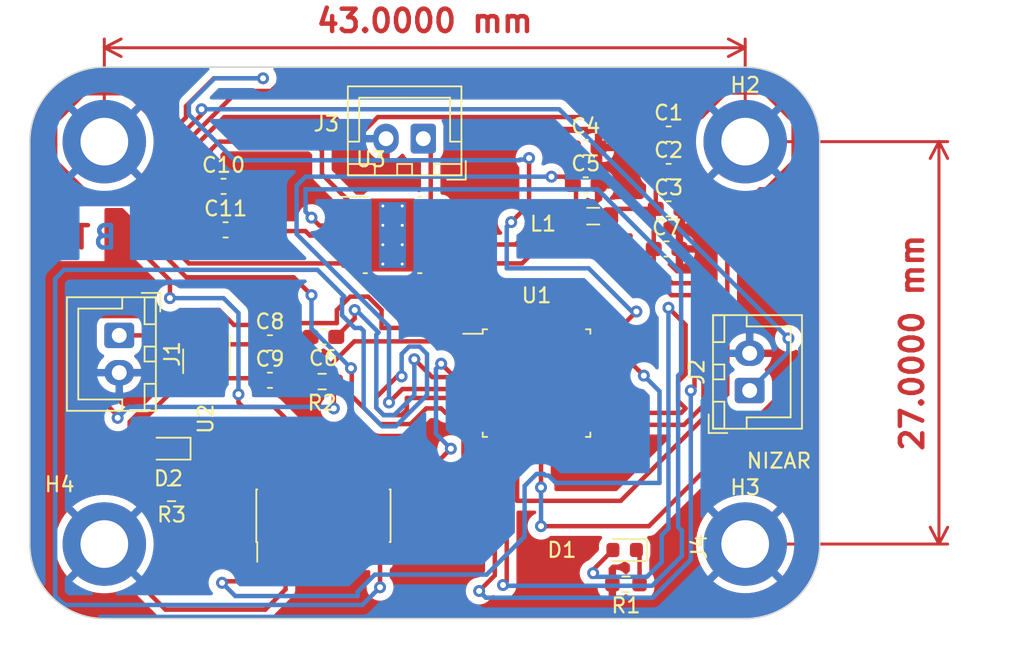
<source format=kicad_pcb>
(kicad_pcb (version 20221018) (generator pcbnew)
  (layers (0 "F.Cu" signal) (31 "B.Cu" signal) (34 "B.Paste" user) (35 "F.Paste" user) (36 "B.SilkS" user "B.Silkscreen") (37 "F.SilkS" user "F.Silkscreen") (38 "B.Mask" user) (39 "F.Mask" user) (44 "Edge.Cuts" user))
  (net 0 "")
  (net 1 "Net-(D1-K)")
  (net 2 "GND")
  (net 3 "Net-(U1-PB9)")
  (net 4 "Net-(D2-K)")
  (net 5 "+5V")
  (net 7 "+3.3V")
  (net 8 "+3.3VA")
  (net 9 "DAC_nCS")
  (net 10 "SPI1_SCK")
  (net 11 "SPI1_MOSI")
  (net 12 "DAC_nLDAC")
  (net 13 "DAC_OUT")
  (net 16 "NRST")
  (net 17 "USART_RX")
  (net 18 "ADC_IN1")
  (net 19 "USART2_TX")
  (net 23 "LED_STATUS")
  (net 28 "SWDIO")
  (net 29 "SWDCK")
  (footprint "Resistor_SMD:R_0603_1608Metric_Pad0.98x0.95mm_HandSolder" (layer "F.Cu") (at 141.6125 83.1 180)
    (fp_text reference "R2")
    (fp_text value "10K")
  )
  (footprint "Capacitor_SMD:C_0603_1608Metric_Pad1.08x0.95mm_HandSolder" (layer "F.Cu") (at 164.8625 66.49)
    (fp_text reference "C1")
    (fp_text value "100nF")
  )
  (footprint "MountingHole:MountingHole_3.2mm_M3_DIN965_Pad" (layer "F.Cu") (at 127 67)
    (fp_text reference "H1" hide)
    (fp_text value "MountingHole_Pad")
  )
  (footprint "Connector_JST:JST_XH_B2B-XH-A_1x02_P2.50mm_Vertical" (layer "F.Cu") (at 148.4 66.8 180)
    (fp_text reference "J3")
    (fp_text value "OUT")
  )
  (footprint "Capacitor_SMD:C_0603_1608Metric_Pad1.08x0.95mm_HandSolder" (layer "F.Cu") (at 135 70)
    (fp_text reference "C10")
    (fp_text value "1uF")
  )
  (footprint "Connector_PinHeader_1.27mm:PinHeader_2x07_P1.27mm_Vertical_SMD" (layer "F.Cu") (at 141.7 92.1 90)
    (fp_text reference "J4")
    (fp_text value "Conn_02x07_Odd_Even")
  )
  (footprint "Capacitor_SMD:C_0603_1608Metric_Pad1.08x0.95mm_HandSolder" (layer "F.Cu") (at 164.725 74.2)
    (fp_text reference "C7")
    (fp_text value "4.7uF")
  )
  (footprint "Connector_JST:JST_XH_B2B-XH-A_1x02_P2.50mm_Vertical" (layer "F.Cu") (at 170.3 83.7 90)
    (fp_text reference "J2")
    (fp_text value "IN")
  )
  (footprint "Capacitor_SMD:C_0603_1608Metric_Pad1.08x0.95mm_HandSolder" (layer "F.Cu") (at 164.8625 71.51)
    (fp_text reference "C3")
    (fp_text value "100nF")
  )
  (footprint "Connector_JST:JST_XH_B2B-XH-A_1x02_P2.50mm_Vertical" (layer "F.Cu") (at 128 80 -90)
    (fp_text reference "J1")
    (fp_text value "Power")
  )
  (footprint "Resistor_SMD:R_0603_1608Metric_Pad0.98x0.95mm_HandSolder" (layer "F.Cu") (at 131.5125 90.6 180)
    (fp_text reference "R3")
    (fp_text value "10K")
  )
  (footprint "MountingHole:MountingHole_3.2mm_M3_DIN965_Pad" (layer "F.Cu") (at 170 67)
    (fp_text reference "H2")
    (fp_text value "MountingHole_Pad")
  )
  (footprint "LED_SMD:LED_0603_1608Metric" (layer "F.Cu") (at 161.9125 94.4 180)
    (fp_text reference "D1")
    (fp_text value "LED")
  )
  (footprint "Capacitor_SMD:C_0603_1608Metric_Pad1.08x0.95mm_HandSolder" (layer "F.Cu") (at 141.7 80.1 180)
    (fp_text reference "C6")
    (fp_text value "100nF")
  )
  (footprint "Capacitor_SMD:C_0603_1608Metric_Pad1.08x0.95mm_HandSolder" (layer "F.Cu") (at 135.1375 72.92)
    (fp_text reference "C11")
    (fp_text value "1uF")
  )
  (footprint "Package_QFP:LQFP-32_7x7mm_P0.8mm" (layer "F.Cu") (at 156 83.2)
    (fp_text reference "U1")
    (fp_text value "STM32L021K4Tx")
  )
  (footprint "Capacitor_SMD:C_0603_1608Metric_Pad1.08x0.95mm_HandSolder" (layer "F.Cu") (at 159.3 67.39)
    (fp_text reference "C4")
    (fp_text value "10nF")
  )
  (footprint "Capacitor_SMD:C_0603_1608Metric_Pad1.08x0.95mm_HandSolder" (layer "F.Cu") (at 138.1125 80.5)
    (fp_text reference "C8")
    (fp_text value "1uF")
  )
  (footprint "Package_TO_SOT_SMD:SOT-23-5" (layer "F.Cu") (at 133.85 81.7375 -90)
    (fp_text reference "U2")
    (fp_text value "BU33SD5WG-TR")
  )
  (footprint "MountingHole:MountingHole_3.2mm_M3_DIN965_Pad" (layer "F.Cu") (at 127 94)
    (fp_text reference "H4")
    (fp_text value "MountingHole_Pad")
  )
  (footprint "Capacitor_SMD:C_0603_1608Metric_Pad1.08x0.95mm_HandSolder" (layer "F.Cu") (at 164.8625 69)
    (fp_text reference "C2")
    (fp_text value "100nF")
  )
  (footprint "Resistor_SMD:R_0603_1608Metric_Pad0.98x0.95mm_HandSolder" (layer "F.Cu") (at 162 96.7 180)
    (fp_text reference "R1")
    (fp_text value "10K")
  )
  (footprint "MountingHole:MountingHole_3.2mm_M3_DIN965_Pad" (layer "F.Cu") (at 170 94)
    (fp_text reference "H3")
    (fp_text value "MountingHole_Pad")
  )
  (footprint "Capacitor_SMD:C_0603_1608Metric_Pad1.08x0.95mm_HandSolder" (layer "F.Cu") (at 138.1125 83.01)
    (fp_text reference "C9")
    (fp_text value "1uF")
  )
  (footprint "Inductor_SMD:L_0805_2012Metric_Pad1.05x1.20mm_HandSolder" (layer "F.Cu") (at 159.8 72)
    (fp_text reference "L1")
    (fp_text value "39nH")
  )
  (footprint "Package_SO:SOIC-8-1EP_3.9x4.9mm_P1.27mm_EP2.95x4.9mm_Mask2.71x3.4mm_ThermalVias" (layer "F.Cu") (at 146.3375 73.265)
    (fp_text reference "U3")
    (fp_text value "MCP4801")
  )
  (footprint "LED_SMD:LED_0603_1608Metric" (layer "F.Cu") (at 131.3 87.6 180)
    (fp_text reference "D2")
    (fp_text value "LED")
  )
  (footprint "Capacitor_SMD:C_0603_1608Metric_Pad1.08x0.95mm_HandSolder" (layer "F.Cu") (at 159.3 69.9)
    (fp_text reference "C5")
    (fp_text value "1uF")
  )
  (gr_line (start 127 62) (end 170 62) (stroke (width 0.1)) (layer "Edge.Cuts"))
  (gr_arc (start 127 99) (mid 123.464466 97.535534) (end 122 94) (stroke (width 0.1)) (layer "Edge.Cuts"))
  (gr_line (start 170 99) (end 127 99) (stroke (width 0.1)) (layer "Edge.Cuts"))
  (gr_line (start 122 94) (end 122 67) (stroke (width 0.1)) (layer "Edge.Cuts"))
  (gr_arc (start 175 94) (mid 173.535534 97.535534) (end 170 99) (stroke (width 0.1)) (layer "Edge.Cuts"))
  (gr_arc (start 170 62) (mid 173.535534 63.464466) (end 175 67) (stroke (width 0.1)) (layer "Edge.Cuts"))
  (gr_line (start 175 67) (end 175 94) (stroke (width 0.1)) (layer "Edge.Cuts"))
  (gr_arc (start 122 67) (mid 123.464466 63.464466) (end 127 62) (stroke (width 0.1)) (layer "Edge.Cuts"))
  (gr_text "T\n" (at 124.7 74.3) (layer "F.Cu") (effects (font (size 1.5 1.5) (thickness 0.3) bold) (justify left bottom)))
  (gr_text "B\n" (at 128 74.3) (layer "B.Cu") (effects (font (size 1.5 1.5) (thickness 0.3) bold) (justify left bottom mirror)))
  (gr_text "NIZAR \n" (at 170 89) (layer "F.SilkS") (effects (font (size 1 1)) (justify left bottom)))
  (dimension (type aligned) (layer "F.Cu") (pts (xy 170 67) (xy 127 67)) (height 6.3) (gr_text "43.0000 mm" (at 148.5 58.9) (layer "F.Cu") (effects (font (size 1.5 1.5) (thickness 0.3)))) (format (prefix "") (suffix "") (units 3) (units_format 1) (precision 4)) (style (thickness 0.2) (arrow_length 1.27) (text_position_mode 0) (extension_height 0.58642) (extension_offset 0.5) keep_text_aligned))
  (dimension (type aligned) (layer "F.Cu") (pts (xy 170 67) (xy 170 94)) (height -13) (gr_text "27.0000 mm" (at 181.2 80.5 90) (layer "F.Cu") (effects (font (size 1.5 1.5) (thickness 0.3)))) (format (prefix "") (suffix "") (units 3) (units_format 1) (precision 4)) (style (thickness 0.2) (arrow_length 1.27) (text_position_mode 0) (extension_height 0.58642) (extension_offset 0.5) keep_text_aligned))
  (segment (start 162.9125 96.7) (end 162.9125 94.6125) (width 0.3) (layer "F.Cu") (net 1))
  (segment (start 162.9125 94.6125) (end 162.7 94.4) (width 0.3) (layer "F.Cu") (net 1))
  (segment (start 135.7 79.3) (end 134.7 78.3) (width 0.3) (layer "F.Cu") (net 3))
  (segment (start 152.3 79.1) (end 151.9 79.5) (width 0.3) (layer "F.Cu") (net 3))
  (segment (start 126.5 78.7) (end 126.2 79) (width 0.3) (layer "F.Cu") (net 3))
  (segment (start 151.9 79.5) (end 145.6 79.5) (width 0.3) (layer "F.Cu") (net 3))
  (segment (start 127.962729 85.6) (end 127.894093 85.531364) (width 0.3) (layer "F.Cu") (net 3))
  (segment (start 152.5 79.1) (end 152.3 79.1) (width 0.3) (layer "F.Cu") (net 3))
  (segment (start 132.5 79.3) (end 131.9 78.7) (width 0.3) (layer "F.Cu") (net 3))
  (segment (start 133.5 78.3) (end 132.5 79.3) (width 0.3) (layer "F.Cu") (net 3))
  (segment (start 131.9 78.7) (end 126.5 78.7) (width 0.3) (layer "F.Cu") (net 3))
  (segment (start 134.7 78.3) (end 133.5 78.3) (width 0.3) (layer "F.Cu") (net 3))
  (segment (start 142.6 78.297918) (end 142.6 79.175) (width 0.3) (layer "F.Cu") (net 3))
  (segment (start 142.4 83.225) (end 142.525 83.1) (width 0.3) (layer "F.Cu") (net 3))
  (segment (start 142.4 84.9) (end 142.4 83.225) (width 0.3) (layer "F.Cu") (net 3))
  (segment (start 137 79.3) (end 135.7 79.3) (width 0.3) (layer "F.Cu") (net 3))
  (segment (start 144.7 77.4) (end 143.497918 77.4) (width 0.3) (layer "F.Cu") (net 3))
  (segment (start 154 79.025) (end 154 78.261827) (width 0.3) (layer "F.Cu") (net 3))
  (segment (start 152.5 77.8) (end 152.2 78.1) (width 0.3) (layer "F.Cu") (net 3))
  (segment (start 145.6 78.3) (end 144.7 77.4) (width 0.3) (layer "F.Cu") (net 3))
  (segment (start 142.6 79.175) (end 137.125 79.175) (width 0.3) (layer "F.Cu") (net 3))
  (segment (start 154 78.261827) (end 153.538173 77.8) (width 0.3) (layer "F.Cu") (net 3))
  (segment (start 126.2 79) (end 126.2 83.7) (width 0.3) (layer "F.Cu") (net 3))
  (segment (start 128.1 85.6) (end 127.962729 85.6) (width 0.3) (layer "F.Cu") (net 3))
  (segment (start 152.5 78.4) (end 152.5 79.1) (width 0.3) (layer "F.Cu") (net 3))
  (segment (start 152.2 78.1) (end 152.5 78.4) (width 0.3) (layer "F.Cu") (net 3))
  (segment (start 126.2 83.7) (end 128.1 85.6) (width 0.3) (layer "F.Cu") (net 3))
  (segment (start 153.538173 77.8) (end 152.5 77.8) (width 0.3) (layer "F.Cu") (net 3))
  (segment (start 137.125 79.175) (end 137 79.3) (width 0.3) (layer "F.Cu") (net 3))
  (segment (start 145.6 79.5) (end 145.6 78.3) (width 0.3) (layer "F.Cu") (net 3))
  (segment (start 143.497918 77.4) (end 142.6 78.297918) (width 0.3) (layer "F.Cu") (net 3))
  (via (at 127.894093 85.531364) (size 0.8) (drill 0.4) (layers "F.Cu" "B.Cu") (net 3))
  (via (at 142.4 84.9) (size 0.8) (drill 0.4) (layers "F.Cu" "B.Cu") (net 3))
  (segment (start 127.894093 85.531364) (end 127.868636 85.531364) (width 0.3) (layer "B.Cu") (net 3))
  (segment (start 142.2 84.9) (end 142.4 84.9) (width 0.3) (layer "B.Cu") (net 3))
  (segment (start 127.894093 85.531364) (end 128.625457 84.8) (width 0.3) (layer "B.Cu") (net 3))
  (segment (start 142.1 84.8) (end 142.2 84.9) (width 0.3) (layer "B.Cu") (net 3))
  (segment (start 128.625457 84.8) (end 142.1 84.8) (width 0.3) (layer "B.Cu") (net 3))
  (segment (start 132.425 90.6) (end 132.425 87.9375) (width 0.3) (layer "F.Cu") (net 4))
  (segment (start 132.425 87.9375) (end 132.0875 87.6) (width 0.3) (layer "F.Cu") (net 4))
  (segment (start 132.9 80.6) (end 132.3 80) (width 0.3) (layer "F.Cu") (net 5))
  (segment (start 134.5875 79.4875) (end 134.8 79.7) (width 0.3) (layer "F.Cu") (net 5))
  (segment (start 132.3 80) (end 128 80) (width 0.3) (layer "F.Cu") (net 5))
  (segment (start 134.8 79.7) (end 134.8 80.6) (width 0.3) (layer "F.Cu") (net 5))
  (segment (start 132.9 80.038972) (end 133.451472 79.4875) (width 0.3) (layer "F.Cu") (net 5))
  (segment (start 137.15 80.6) (end 137.25 80.5) (width 0.3) (layer "F.Cu") (net 5))
  (segment (start 133.451472 79.4875) (end 134.5875 79.4875) (width 0.3) (layer "F.Cu") (net 5))
  (segment (start 132.9 80.6) (end 132.9 80.038972) (width 0.3) (layer "F.Cu") (net 5))
  (segment (start 134.8 80.6) (end 137.15 80.6) (width 0.3) (layer "F.Cu") (net 5))
  (segment (start 129.7 97) (end 131.1 98.4) (width 0.3) (layer "F.Cu") (net 7))
  (segment (start 132.3875 83.9875) (end 132.3 83.9) (width 0.3) (layer "F.Cu") (net 7))
  (segment (start 129.2 85.3) (end 128.7 85.8) (width 0.3) (layer "F.Cu") (net 7))
  (segment (start 131.1 98.4) (end 137.8 98.4) (width 0.3) (layer "F.Cu") (net 7))
  (segment (start 137.8 98.4) (end 139.16 97.04) (width 0.3) (layer "F.Cu") (net 7))
  (segment (start 130.4125 87.5) (end 130.5125 87.6) (width 0.3) (layer "F.Cu") (net 7))
  (segment (start 163.8625 74.2) (end 163.8625 75.2625) (width 0.3) (layer "F.Cu") (net 7))
  (segment (start 164 69) (end 164 66.49) (width 0.3) (layer "F.Cu") (net 7))
  (segment (start 151.825 80.4) (end 143.772272 80.4) (width 0.3) (layer "F.Cu") (net 7))
  (segment (start 163.8625 74.2) (end 163.8625 71.6475) (width 0.3) (layer "F.Cu") (net 7))
  (segment (start 163.8625 75.2625) (end 165.1 76.5) (width 0.3) (layer "F.Cu") (net 7))
  (segment (start 142.172272 82) (end 138.26 82) (width 0.3) (layer "F.Cu") (net 7))
  (segment (start 164 71.51) (end 161.44 71.51) (width 0.3) (layer "F.Cu") (net 7))
  (segment (start 160.175 86) (end 158.188173 86) (width 0.3) (layer "F.Cu") (net 7))
  (segment (start 137.115 82.875) (end 137.25 83.01) (width 0.3) (layer "F.Cu") (net 7))
  (segment (start 130.6 92.3) (end 130.6 96.1) (width 0.3) (layer "F.Cu") (net 7))
  (segment (start 130.5125 88.0875) (end 129.1 89.5) (width 0.3) (layer "F.Cu") (net 7))
  (segment (start 130.6 96.1) (end 129.7 97) (width 0.3) (layer "F.Cu") (net 7))
  (segment (start 134.8 82.875) (end 133.6875 83.9875) (width 0.3) (layer "F.Cu") (net 7))
  (segment (start 128.7 85.8) (end 128.7 87.5) (width 0.3) (layer "F.Cu") (net 7))
  (segment (start 132.3 83.9) (end 131.4 83.9) (width 0.3) (layer "F.Cu") (net 7))
  (segment (start 139.16 97.04) (end 139.16 94.05) (width 0.3) (layer "F.Cu") (net 7))
  (segment (start 133.6875 83.9875) (end 132.3875 83.9875) (width 0.3) (layer "F.Cu") (net 7))
  (segment (start 130.5125 87.6) (end 130.5125 88.0875) (width 0.3) (layer "F.Cu") (net 7))
  (segment (start 134.8 82.875) (end 137.115 82.875) (width 0.3) (layer "F.Cu") (net 7))
  (segment (start 131.4 83.9) (end 130 85.3) (width 0.3) (layer "F.Cu") (net 7))
  (segment (start 158.188173 86) (end 152.588173 80.4) (width 0.3) (layer "F.Cu") (net 7))
  (segment (start 164 71.51) (end 164 69) (width 0.3) (layer "F.Cu") (net 7))
  (segment (start 152.588173 80.4) (end 151.825 80.4) (width 0.3) (layer "F.Cu") (net 7))
  (segment (start 165.1 76.5) (end 167.2 76.5) (width 0.3) (layer "F.Cu") (net 7))
  (segment (start 143.772272 80.4) (end 142.172272 82) (width 0.3) (layer "F.Cu") (net 7))
  (segment (start 130 85.3) (end 129.2 85.3) (width 0.3) (layer "F.Cu") (net 7))
  (segment (start 161.44 71.51) (end 160.95 72) (width 0.3) (layer "F.Cu") (net 7))
  (segment (start 129.1 90.8) (end 130.6 92.3) (width 0.3) (layer "F.Cu") (net 7))
  (segment (start 129.1 89.5) (end 129.1 90.8) (width 0.3) (layer "F.Cu") (net 7))
  (segment (start 128.7 87.5) (end 130.4125 87.5) (width 0.3) (layer "F.Cu") (net 7))
  (segment (start 163.8625 71.6475) (end 164 71.51) (width 0.3) (layer "F.Cu") (net 7))
  (segment (start 165.9 86) (end 160.175 86) (width 0.3) (layer "F.Cu") (net 7))
  (segment (start 167.2 76.5) (end 167.2 84.7) (width 0.3) (layer "F.Cu") (net 7))
  (segment (start 167.2 84.7) (end 165.9 86) (width 0.3) (layer "F.Cu") (net 7))
  (segment (start 138.26 82) (end 137.25 83.01) (width 0.3) (layer "F.Cu") (net 7))
  (segment (start 158.4375 69.9) (end 158.4375 67.39) (width 0.3) (layer "F.Cu") (net 8))
  (segment (start 147 83.6) (end 146.1 84.5) (width 0.3) (layer "F.Cu") (net 8))
  (segment (start 141.6 69.185) (end 143.775 71.36) (width 0.3) (layer "F.Cu") (net 8))
  (segment (start 157 69.3505) (end 157.888 69.3505) (width 0.3) (layer "F.Cu") (net 8))
  (segment (start 156.5 72) (end 158.65 72) (width 0.3) (layer "F.Cu") (net 8))
  (segment (start 158.65 72) (end 158.65 70.1125) (width 0.3) (layer "F.Cu") (net 8))
  (segment (start 134.275 70.1375) (end 134.1375 70) (width 0.3) (layer "F.Cu") (net 8))
  (segment (start 141.6 67.6) (end 141.6 69.185) (width 0.3) (layer "F.Cu") (net 8))
  (segment (start 141 67) (end 141.6 67.6) (width 0.3) (layer "F.Cu") (net 8))
  (segment (start 134.7 67) (end 141 67) (width 0.3) (layer "F.Cu") (net 8))
  (segment (start 148.9 73.9) (end 154.6 73.9) (width 0.3) (layer "F.Cu") (net 8))
  (segment (start 134.1375 70) (end 134.1375 67.5625) (width 0.3) (layer "F.Cu") (net 8))
  (segment (start 157.888 69.3505) (end 158.4375 69.9) (width 0.3) (layer "F.Cu") (net 8))
  (segment (start 158.65 70.1125) (end 158.4375 69.9) (width 0.3) (layer "F.Cu") (net 8))
  (segment (start 134.1375 67.5625) (end 134.7 67) (width 0.3) (layer "F.Cu") (net 8))
  (segment (start 154.6 73.9) (end 156.5 72) (width 0.3) (layer "F.Cu") (net 8))
  (segment (start 134.275 72.92) (end 134.275 70.1375) (width 0.3) (layer "F.Cu") (net 8))
  (segment (start 151.825 83.6) (end 147 83.6) (width 0.3) (layer "F.Cu") (net 8))
  (via (at 146.1 84.5) (size 0.8) (drill 0.4) (layers "F.Cu" "B.Cu") (net 8))
  (via (at 157 69.3505) (size 0.8) (drill 0.4) (layers "F.Cu" "B.Cu") (net 8))
  (segment (start 140.500972 69.3505) (end 157 69.3505) (width 0.3) (layer "B.Cu") (net 8))
  (segment (start 139.9 69.951472) (end 140.500972 69.3505) (width 0.3) (layer "B.Cu") (net 8))
  (segment (start 139.9 73.2) (end 139.9 69.951472) (width 0.3) (layer "B.Cu") (net 8))
  (segment (start 146.1 79.4) (end 146 79.3) (width 0.3) (layer "B.Cu") (net 8))
  (segment (start 146 79.3) (end 139.9 73.2) (width 0.3) (layer "B.Cu") (net 8))
  (segment (start 146.1 84.5) (end 146.1 79.4) (width 0.3) (layer "B.Cu") (net 8))
  (segment (start 141.43 72.63) (end 143.775 72.63) (width 0.3) (layer "F.Cu") (net 9))
  (segment (start 154 96.501375) (end 153.750875 96.7505) (width 0.3) (layer "F.Cu") (net 9))
  (segment (start 140.9 72.1) (end 141.43 72.63) (width 0.3) (layer "F.Cu") (net 9))
  (segment (start 154 87.375) (end 154 96.501375) (width 0.3) (layer "F.Cu") (net 9))
  (via (at 140.9 72.1) (size 0.8) (drill 0.4) (layers "F.Cu" "B.Cu") (net 9))
  (via (at 153.750875 96.7505) (size 0.8) (drill 0.4) (layers "F.Cu" "B.Cu") (net 9))
  (segment (start 165.5005 82.6995) (end 165.7 82.5) (width 0.3) (layer "B.Cu") (net 9))
  (segment (start 165.7505 94.800972) (end 165.7505 93.1) (width 0.3) (layer "B.Cu") (net 9))
  (segment (start 163.751472 96.8) (end 165.7505 94.800972) (width 0.3) (layer "B.Cu") (net 9))
  (segment (start 165.7505 93.1) (end 165.5005 92.85) (width 0.3) (layer "B.Cu") (net 9))
  (segment (start 160.1 70.2) (end 140.5 70.2) (width 0.3) (layer "B.Cu") (net 9))
  (segment (start 140.5 70.2) (end 140.5 71.7) (width 0.3) (layer "B.Cu") (net 9))
  (segment (start 165.7 75.8) (end 165.5 75.6) (width 0.3) (layer "B.Cu") (net 9))
  (segment (start 140.5 71.7) (end 140.9 72.1) (width 0.3) (layer "B.Cu") (net 9))
  (segment (start 165.5 75.6) (end 160.1 70.2) (width 0.3) (layer "B.Cu") (net 9))
  (segment (start 165.7 82.5) (end 165.7 75.8) (width 0.3) (layer "B.Cu") (net 9))
  (segment (start 165.5005 92.85) (end 165.5005 82.6995) (width 0.3) (layer "B.Cu") (net 9))
  (segment (start 153.800375 96.8) (end 163.751472 96.8) (width 0.3) (layer "B.Cu") (net 9))
  (segment (start 153.750875 96.7505) (end 153.800375 96.8) (width 0.3) (layer "B.Cu") (net 9))
  (segment (start 142.45 65.35) (end 143.9 66.8) (width 0.3) (layer "F.Cu") (net 10))
  (segment (start 140.8 73.3) (end 140.5 73) (width 0.3) (layer "F.Cu") (net 10))
  (segment (start 161.648528 91.1) (end 154.7 91.1) (width 0.3) (layer "F.Cu") (net 10))
  (segment (start 142.5 73.3) (end 140.8 73.3) (width 0.3) (layer "F.Cu") (net 10))
  (segment (start 171.3 63.7) (end 173.25 65.65) (width 0.3) (layer "F.Cu") (net 10))
  (segment (start 154.7 91.1) (end 154.7 87.475) (width 0.3) (layer "F.Cu") (net 10))
  (segment (start 136.655 73.845) (end 133.445 73.845) (width 0.3) (layer "F.Cu") (net 10))
  (segment (start 136.655 73.845) (end 137.5 73) (width 0.3) (layer "F.Cu") (net 10))
  (segment (start 168.703805 63.7) (end 171.3 63.7) (width 0.3) (layer "F.Cu") (net 10))
  (segment (start 173.25 65.65) (end 173.25 68.346195) (width 0.3) (layer "F.Cu") (net 10))
  (segment (start 171 70.2) (end 168.8 72.4) (width 0.3) (layer "F.Cu") (net 10))
  (segment (start 168.8 72.4) (end 168.8 83.948528) (width 0.3) (layer "F.Cu") (net 10))
  (segment (start 154.7 87.475) (end 154.8 87.375) (width 0.3) (layer "F.Cu") (net 10))
  (segment (start 143.775 73.9) (end 143.1 73.9) (width 0.3) (layer "F.Cu") (net 10))
  (segment (start 143.9 66.8) (end 145.35 65.35) (width 0.3) (layer "F.Cu") (net 10))
  (segment (start 133.445 73.845) (end 133.15 73.55) (width 0.3) (layer "F.Cu") (net 10))
  (segment (start 133.15 67.25) (end 135.05 65.35) (width 0.3) (layer "F.Cu") (net 10))
  (segment (start 143.1 73.9) (end 142.5 73.3) (width 0.3) (layer "F.Cu") (net 10))
  (segment (start 145.35 65.35) (end 167.053805 65.35) (width 0.3) (layer "F.Cu") (net 10))
  (segment (start 167.053805 65.35) (end 168.703805 63.7) (width 0.3) (layer "F.Cu") (net 10))
  (segment (start 168.8 83.948528) (end 161.648528 91.1) (width 0.3) (layer "F.Cu") (net 10))
  (segment (start 135.05 65.35) (end 142.45 65.35) (width 0.3) (layer "F.Cu") (net 10))
  (segment (start 173.25 68.346195) (end 171.396195 70.2) (width 0.3) (layer "F.Cu") (net 10))
  (segment (start 140.5 73) (end 137.5 73) (width 0.3) (layer "F.Cu") (net 10))
  (segment (start 171.396195 70.2) (end 171 70.2) (width 0.3) (layer "F.Cu") (net 10))
  (segment (start 133.15 73.55) (end 133.15 67.25) (width 0.3) (layer "F.Cu") (net 10))
  (segment (start 156.3 87.475) (end 156.4 87.375) (width 0.3) (layer "F.Cu") (net 11))
  (segment (start 131.8 74.3) (end 131.8 67.751472) (width 0.3) (layer "F.Cu") (net 11))
  (segment (start 163.539949 92.8) (end 156.3 92.8) (width 0.3) (layer "F.Cu") (net 11))
  (segment (start 138.2 63.6) (end 138.9 62.9) (width 0.3) (layer "F.Cu") (net 11))
  (segment (start 156.3 90.2) (end 156.3 87.475) (width 0.3) (layer "F.Cu") (net 11))
  (segment (start 132.67 75.17) (end 131.8 74.3) (width 0.3) (layer "F.Cu") (net 11))
  (segment (start 143.775 75.17) (end 132.67 75.17) (width 0.3) (layer "F.Cu") (net 11))
  (segment (start 171.348528 62.9) (end 174.2 65.751472) (width 0.3) (layer "F.Cu") (net 11))
  (segment (start 131.8 67.751472) (end 135.951472 63.6) (width 0.3) (layer "F.Cu") (net 11))
  (segment (start 135.951472 63.6) (end 138.2 63.6) (width 0.3) (layer "F.Cu") (net 11))
  (segment (start 138.9 62.9) (end 171.348528 62.9) (width 0.3) (layer "F.Cu") (net 11))
  (segment (start 174.2 82.139949) (end 163.539949 92.8) (width 0.3) (layer "F.Cu") (net 11))
  (segment (start 174.2 65.751472) (end 174.2 82.139949) (width 0.3) (layer "F.Cu") (net 11))
  (via (at 156.3 92.8) (size 0.8) (drill 0.4) (layers "F.Cu" "B.Cu") (net 11))
  (via (at 156.3 90.2) (size 0.8) (drill 0.4) (layers "F.Cu" "B.Cu") (net 11))
  (segment (start 156.3 92.8) (end 156.3 90.2) (width 0.3) (layer "B.Cu") (net 11))
  (segment (start 166.6 77.3) (end 166.6 83.4505) (width 0.3) (layer "F.Cu") (net 12))
  (segment (start 157.3 72.9) (end 157.7 73.3) (width 0.3) (layer "F.Cu") (net 12))
  (segment (start 162.3 74.5) (end 163.2 75.4) (width 0.3) (layer "F.Cu") (net 12))
  (segment (start 157.7 73.3) (end 162.3 73.3) (width 0.3) (layer "F.Cu") (net 12))
  (segment (start 165.051472 77.3) (end 165.3 77.3) (width 0.3) (layer "F.Cu") (net 12))
  (segment (start 152.15 97.15) (end 153.2 96.1) (width 0.3) (layer "F.Cu") (net 12))
  (segment (start 163.2 75.448528) (end 165.051472 77.3) (width 0.3) (layer "F.Cu") (net 12))
  (segment (start 165.3 77.3) (end 166.6 77.3) (width 0.3) (layer "F.Cu") (net 12))
  (segment (start 148.9 75.17) (end 155.03 75.17) (width 0.3) (layer "F.Cu") (net 12))
  (segment (start 166.6 83.4505) (end 166.3505 83.7) (width 0.3) (layer "F.Cu") (net 12))
  (segment (start 163.2 75.4) (end 163.2 75.448528) (width 0.3) (layer "F.Cu") (net 12))
  (segment (start 162.3 73.3) (end 162.3 74.5) (width 0.3) (layer "F.Cu") (net 12))
  (segment (start 155.03 75.17) (end 157.3 72.9) (width 0.3) (layer "F.Cu") (net 12))
  (segment (start 153.2 96.1) (end 153.2 87.375) (width 0.3) (layer "F.Cu") (net 12))
  (via (at 166.3505 83.7) (size 0.8) (drill 0.4) (layers "F.Cu" "B.Cu") (net 12))
  (via (at 152.15 97.15) (size 0.8) (drill 0.4) (layers "F.Cu" "B.Cu") (net 12))
  (segment (start 166.3505 95.0495) (end 163.8 97.6) (width 0.3) (layer "B.Cu") (net 12))
  (segment (start 166.3505 83.7) (end 166.3505 95.0495) (width 0.3) (layer "B.Cu") (net 12))
  (segment (start 163.8 97.6) (end 152.6 97.6) (width 0.3) (layer "B.Cu") (net 12))
  (segment (start 152.6 97.6) (end 152.15 97.15) (width 0.3) (layer "B.Cu") (net 12))
  (segment (start 152.1 97.1) (end 152.15 97.15) (width 0.3) (layer "B.Cu") (net 12))
  (segment (start 148.9 71.36) (end 148.9 67.3) (width 0.3) (layer "F.Cu") (net 13))
  (segment (start 148.9 67.3) (end 148.4 66.8) (width 0.3) (layer "F.Cu") (net 13))
  (segment (start 144.24 90.15) (end 144.24 88.65) (width 0.3) (layer "F.Cu") (net 16))
  (segment (start 149 82.8) (end 147.8 81.6) (width 0.3) (layer "F.Cu") (net 16))
  (segment (start 143.799312 78.300688) (end 143.799312 78.863188) (width 0.3) (layer "F.Cu") (net 16))
  (segment (start 144.39 88.5) (end 146.1 88.5) (width 0.3) (layer "F.Cu") (net 16))
  (segment (start 144.24 88.65) (end 144.39 88.5) (width 0.3) (layer "F.Cu") (net 16))
  (segment (start 143.799312 78.863188) (end 142.5625 80.1) (width 0.3) (layer "F.Cu") (net 16))
  (segment (start 149.6 81.9) (end 150.5 82.8) (width 0.3) (layer "F.Cu") (net 16))
  (segment (start 151.825 82.8) (end 149 82.8) (width 0.3) (layer "F.Cu") (net 16))
  (segment (start 146.1 88.5) (end 146.9 89.3) (width 0.3) (layer "F.Cu") (net 16))
  (segment (start 146.9 89.9) (end 147.9505 89.9) (width 0.3) (layer "F.Cu") (net 16))
  (segment (start 147.9505 89.9) (end 150.2505 87.6) (width 0.3) (layer "F.Cu") (net 16))
  (segment (start 150.5 82.8) (end 151.825 82.8) (width 0.3) (layer "F.Cu") (net 16))
  (segment (start 146.9 89.3) (end 146.9 89.9) (width 0.3) (layer "F.Cu") (net 16))
  (via (at 143.799312 78.300688) (size 0.8) (drill 0.4) (layers "F.Cu" "B.Cu") (net 16))
  (via (at 150.2505 87.6) (size 0.8) (drill 0.4) (layers "F.Cu" "B.Cu") (net 16))
  (via (at 149.6 81.9) (size 0.8) (drill 0.4) (layers "F.Cu" "B.Cu") (net 16))
  (via (at 147.8 81.6) (size 0.8) (drill 0.4) (layers "F.Cu" "B.Cu") (net 16))
  (segment (start 145.4 79.8) (end 143.900688 78.300688) (width 0.3) (layer "B.Cu") (net 16))
  (segment (start 145.25 79.95) (end 145.4 79.8) (width 0.3) (layer "B.Cu") (net 16))
  (segment (start 147.8 81.6) (end 147.8 84.002082) (width 0.3) (layer "B.Cu") (net 16))
  (segment (start 145.25 84.852082) (end 145.25 79.95) (width 0.3) (layer "B.Cu") (net 16))
  (segment (start 143.900688 78.300688) (end 143.799312 78.300688) (width 0.3) (layer "B.Cu") (net 16))
  (segment (start 147.8 84.002082) (end 146.452082 85.35) (width 0.3) (layer "B.Cu") (net 16))
  (segment (start 149.25 86.5995) (end 149.25 82.5) (width 0.3) (layer "B.Cu") (net 16))
  (segment (start 146.452082 85.35) (end 145.8 85.35) (width 0.3) (layer "B.Cu") (net 16))
  (segment (start 145.8 85.35) (end 145.747918 85.35) (width 0.3) (layer "B.Cu") (net 16))
  (segment (start 149.25 82.25) (end 149.6 81.9) (width 0.3) (layer "B.Cu") (net 16))
  (segment (start 149.25 82.5) (end 149.25 82.25) (width 0.3) (layer "B.Cu") (net 16))
  (segment (start 145.747918 85.35) (end 145.25 84.852082) (width 0.3) (layer "B.Cu") (net 16))
  (segment (start 150.2505 87.6) (end 149.25 86.5995) (width 0.3) (layer "B.Cu") (net 16))
  (segment (start 145.5 96.9) (end 145.5 94.06) (width 0.3) (layer "F.Cu") (net 17))
  (segment (start 146.933607 85.35) (end 145.742212 85.35) (width 0.3) (layer "F.Cu") (net 17))
  (segment (start 151.825 84.4) (end 150.6 84.4) (width 0.3) (layer "F.Cu") (net 17))
  (segment (start 145.25 84.857788) (end 145.25 84.147918) (width 0.3) (layer "F.Cu") (net 17))
  (segment (start 147.3 84.983607) (end 146.933607 85.35) (width 0.3) (layer "F.Cu") (net 17))
  (segment (start 145.742212 85.35) (end 145.25 84.857788) (width 0.3) (layer "F.Cu") (net 17))
  (segment (start 147.3 84.2) (end 147.3 84.983607) (width 0.3) (layer "F.Cu") (net 17))
  (segment (start 150.6 84.4) (end 150.4 84.2) (width 0.3) (layer "F.Cu") (net 17))
  (segment (start 145.25 84.147918) (end 146.645916 82.752002) (width 0.3) (layer "F.Cu") (net 17))
  (segment (start 150.4 84.2) (end 147.3 84.2) (width 0.3) (layer "F.Cu") (net 17))
  (segment (start 146.645916 82.752002) (end 146.9495 82.752002) (width 0.3) (layer "F.Cu") (net 17))
  (via (at 145.5 96.9) (size 0.8) (drill 0.4) (layers "F.Cu" "B.Cu") (net 17))
  (via (at 146.9495 82.752002) (size 0.8) (drill 0.4) (layers "F.Cu" "B.Cu") (net 17))
  (segment (start 123.7 76.2) (end 123.7 97.484522) (width 0.3) (layer "B.Cu") (net 17))
  (segment (start 123.7 97.484522) (end 124.088742 97.873264) (width 0.3) (layer "B.Cu") (net 17))
  (segment (start 141.3 75.6) (end 124.3 75.6) (width 0.3) (layer "B.Cu") (net 17))
  (segment (start 148.65 84.00061) (end 146.55061 86.1) (width 0.3) (layer "B.Cu") (net 17))
  (segment (start 142.949312 78.65277) (end 142.949312 77.550688) (width 0.3) (layer "B.Cu") (net 17))
  (segment (start 124.395576 98.088112) (end 144.311888 98.088112) (width 0.3) (layer "B.Cu") (net 17))
  (segment (start 147.447918 80.75) (end 148.152082 80.75) (width 0.3) (layer "B.Cu") (net 17))
  (segment (start 146.55061 86.1) (end 145.64939 86.1) (width 0.3) (layer "B.Cu") (net 17))
  (segment (start 142.949312 77.550688) (end 143.1 77.4) (width 0.3) (layer "B.Cu") (net 17))
  (segment (start 124.3 75.6) (end 123.7 76.2) (width 0.3) (layer "B.Cu") (net 17))
  (segment (start 124.088742 97.873264) (end 124.395576 98.088112) (width 0.3) (layer "B.Cu") (net 17))
  (segment (start 148.65 81.247918) (end 148.65 84.00061) (width 0.3) (layer "B.Cu") (net 17))
  (segment (start 143.1 77.4) (end 141.3 75.6) (width 0.3) (layer "B.Cu") (net 17))
  (segment (start 144.4 84.85061) (end 144.4 79.7) (width 0.3) (layer "B.Cu") (net 17))
  (segment (start 146.9495 81.248418) (end 147.447918 80.75) (width 0.3) (layer "B.Cu") (net 17))
  (segment (start 143.796542 79.5) (end 142.949312 78.65277) (width 0.3) (layer "B.Cu") (net 17))
  (segment (start 144.311888 98.088112) (end 145.5 96.9) (width 0.3) (layer "B.Cu") (net 17))
  (segment (start 146.9495 82.752002) (end 146.9495 81.248418) (width 0.3) (layer "B.Cu") (net 17))
  (segment (start 148.152082 80.75) (end 148.65 81.247918) (width 0.3) (layer "B.Cu") (net 17))
  (segment (start 144.2 79.5) (end 143.796542 79.5) (width 0.3) (layer "B.Cu") (net 17))
  (segment (start 144.4 79.7) (end 144.2 79.5) (width 0.3) (layer "B.Cu") (net 17))
  (segment (start 145.64939 86.1) (end 144.4 84.85061) (width 0.3) (layer "B.Cu") (net 17))
  (segment (start 143.6 84.056316) (end 143.6 82.3) (width 0.3) (layer "F.Cu") (net 18))
  (segment (start 145.493684 85.95) (end 143.6 84.056316) (width 0.3) (layer "F.Cu") (net 18))
  (segment (start 149.6 84.9) (end 148.6 84.9) (width 0.3) (layer "F.Cu") (net 18))
  (segment (start 131 67.702944) (end 133.701472 65.001472) (width 0.3) (layer "F.Cu") (net 18))
  (segment (start 146.685079 85.95) (end 145.493684 85.95) (width 0.3) (layer "F.Cu") (net 18))
  (segment (start 132.5 76.1) (end 131 74.6) (width 0.3) (layer "F.Cu") (net 18))
  (segment (start 148.6 84.9) (end 147.8 85.7) (width 0.3) (layer "F.Cu") (net 18))
  (segment (start 151.825 85.2) (end 149.9 85.2) (width 0.3) (layer "F.Cu") (net 18))
  (segment (start 149.9 85.2) (end 149.6 84.9) (width 0.3) (layer "F.Cu") (net 18))
  (segment (start 143.6 82.2495) (end 143.5505 82.2) (width 0.3) (layer "F.Cu") (net 18))
  (segment (start 139.7 76.1) (end 132.5 76.1) (width 0.3) (layer "F.Cu") (net 18))
  (segment (start 140.9 77.3) (end 139.7 76.1) (width 0.3) (layer "F.Cu") (net 18))
  (segment (start 147.8 85.7) (end 147.55 85.95) (width 0.3) (layer "F.Cu") (net 18))
  (segment (start 143.6 82.3) (end 143.6 82.2495) (width 0.3) (layer "F.Cu") (net 18))
  (segment (start 131 74.6) (end 131 67.702944) (width 0.3) (layer "F.Cu") (net 18))
  (segment (start 133.701472 65.001472) (end 133.525048 64.825048) (width 0.3) (layer "F.Cu") (net 18))
  (segment (start 147.55 85.95) (end 146.685079 85.95) (width 0.3) (layer "F.Cu") (net 18))
  (via (at 172.9 80.2) (size 0.8) (drill 0.4) (layers "F.Cu" "B.Cu") (net 18))
  (via (at 133.525048 64.825048) (size 0.8) (drill 0.4) (layers "F.Cu" "B.Cu") (net 18))
  (via (at 140.9 77.3) (size 0.8) (drill 0.4) (layers "F.Cu" "B.Cu") (net 18))
  (via (at 143.5505 82.2) (size 0.8) (drill 0.4) (layers "F.Cu" "B.Cu") (net 18))
  (segment (start 157.525048 64.825048) (end 172.9 80.2) (width 0.3) (layer "B.Cu") (net 18))
  (segment (start 133.525048 64.825048) (end 157.525048 64.825048) (width 0.3) (layer "B.Cu") (net 18))
  (segment (start 143.5505 82.2) (end 140.9 79.5495) (width 0.3) (layer "B.Cu") (net 18))
  (segment (start 172.9 81.1) (end 170.3 83.7) (width 0.3) (layer "B.Cu") (net 18))
  (segment (start 140.9 79.5495) (end 140.9 77.3) (width 0.3) (layer "B.Cu") (net 18))
  (segment (start 172.9 80.2) (end 172.9 81.1) (width 0.3) (layer "B.Cu") (net 18))
  (segment (start 145.9 90.8) (end 145.9 90.54) (width 0.3) (layer "F.Cu") (net 19))
  (segment (start 151.1 90.7) (end 151 90.8) (width 0.3) (layer "F.Cu") (net 19))
  (segment (start 145.9 90.54) (end 145.51 90.15) (width 0.3) (layer "F.Cu") (net 19))
  (segment (start 151 90.8) (end 145.9 90.8) (width 0.3) (layer "F.Cu") (net 19))
  (segment (start 151.1 86.725) (end 151.1 90.7) (width 0.3) (layer "F.Cu") (net 19))
  (segment (start 151.825 86) (end 151.1 86.725) (width 0.3) (layer "F.Cu") (net 19))
  (segment (start 159.8 95.725) (end 161.125 94.4) (width 0.3) (layer "F.Cu") (net 23))
  (segment (start 160.175 85.2) (end 165.7 85.2) (width 0.3) (layer "F.Cu") (net 23))
  (segment (start 166 79.293308) (end 164.8505 78.143808) (width 0.3) (layer "F.Cu") (net 23))
  (segment (start 159.8 95.9505) (end 159.8 95.725) (width 0.3) (layer "F.Cu") (net 23))
  (segment (start 166 84.9) (end 165.5005 84.4005) (width 0.3) (layer "F.Cu") (net 23))
  (segment (start 165.5005 83.0995) (end 166 82.6) (width 0.3) (layer "F.Cu") (net 23))
  (segment (start 165.5005 84.4005) (end 165.5005 83.0995) (width 0.3) (layer "F.Cu") (net 23))
  (segment (start 165.7 85.2) (end 166 84.9) (width 0.3) (layer "F.Cu") (net 23))
  (segment (start 166 82.6) (end 166 79.293308) (width 0.3) (layer "F.Cu") (net 23))
  (via (at 159.8 95.9505) (size 0.8) (drill 0.4) (layers "F.Cu" "B.Cu") (net 23))
  (via (at 164.8505 78.143808) (size 0.8) (drill 0.4) (layers "F.Cu" "B.Cu") (net 23))
  (segment (start 164.3 95.3) (end 163.4 96.2) (width 0.3) (layer "B.Cu") (net 23))
  (segment (start 159.7 96.2) (end 159.7 96.0505) (width 0.3) (layer "B.Cu") (net 23))
  (segment (start 164.8505 92.9495) (end 164.4 93.4) (width 0.3) (layer "B.Cu") (net 23))
  (segment (start 164.4 95.2) (end 164.3 95.3) (width 0.3) (layer "B.Cu") (net 23))
  (segment (start 164.4 93.4) (end 164.4 95.2) (width 0.3) (layer "B.Cu") (net 23))
  (segment (start 164.8505 78.143808) (end 164.8505 92.9495) (width 0.3) (layer "B.Cu") (net 23))
  (segment (start 163.4 96.2) (end 159.7 96.2) (width 0.3) (layer "B.Cu") (net 23))
  (segment (start 159.7 96.0505) (end 159.8 95.9505) (width 0.3) (layer "B.Cu") (net 23))
  (segment (start 139.16 90.15) (end 139.16 88.95) (width 0.3) (layer "F.Cu") (net 28))
  (segment (start 163.2 82.7) (end 161.7 81.2) (width 0.3) (layer "F.Cu") (net 28))
  (segment (start 136.7 88.87) (end 136.7 96.5) (width 0.3) (layer "F.Cu") (net 28))
  (segment (start 139.16 88.95) (end 138.71 88.5) (width 0.3) (layer "F.Cu") (net 28))
  (segment (start 161.7 81.2) (end 160.175 81.2) (width 0.3) (layer "F.Cu") (net 28))
  (segment (start 135 96.5) (end 134.9 96.6) (width 0.3) (layer "F.Cu") (net 28))
  (segment (start 138.71 88.5) (end 137.07 88.5) (width 0.3) (layer "F.Cu") (net 28))
  (segment (start 136.7 96.5) (end 135 96.5) (width 0.3) (layer "F.Cu") (net 28))
  (segment (start 137.07 88.5) (end 136.7 88.87) (width 0.3) (layer "F.Cu") (net 28))
  (segment (start 134.8 96.7) (end 134.9 96.6) (width 0.3) (layer "F.Cu") (net 28))
  (via (at 163.2 82.7) (size 0.8) (drill 0.4) (layers "F.Cu" "B.Cu") (net 28))
  (via (at 134.9 96.6) (size 0.8) (drill 0.4) (layers "F.Cu" "B.Cu") (net 28))
  (segment (start 156.5 89.3) (end 156.6 89.4) (width 0.3) (layer "B.Cu") (net 28))
  (segment (start 157.3 89.9) (end 164.2505 89.9) (width 0.3) (layer "B.Cu") (net 28))
  (segment (start 152.65 96.05) (end 155.2 93.5) (width 0.3) (layer "B.Cu") (net 28))
  (segment (start 145.147918 96.05) (end 152.65 96.05) (width 0.3) (layer "B.Cu") (net 28))
  (segment (start 155.2 90.097918) (end 155.997918 89.3) (width 0.3) (layer "B.Cu") (net 28))
  (segment (start 164.2505 83.7505) (end 163.2 82.7) (width 0.3) (layer "B.Cu") (net 28))
  (segment (start 164.2505 89.9) (end 164.2505 83.7505) (width 0.3) (layer "B.Cu") (net 28))
  (segment (start 144 97.488112) (end 144 97.197918) (width 0.3) (layer "B.Cu") (net 28))
  (segment (start 156.6 89.4) (end 156.8 89.4) (width 0.3) (layer "B.Cu") (net 28))
  (segment (start 144 97.197918) (end 145.147918 96.05) (width 0.3) (layer "B.Cu") (net 28))
  (segment (start 155.997918 89.3) (end 156.5 89.3) (width 0.3) (layer "B.Cu") (net 28))
  (segment (start 155.2 93.5) (end 155.2 90.097918) (width 0.3) (layer "B.Cu") (net 28))
  (segment (start 156.8 89.4) (end 157.3 89.9) (width 0.3) (layer "B.Cu") (net 28))
  (segment (start 134.9 96.6) (end 135.788112 97.488112) (width 0.3) (layer "B.Cu") (net 28))
  (segment (start 135.788112 97.488112) (end 144 97.488112) (width 0.3) (layer "B.Cu") (net 28))
  (segment (start 136.3 84.8) (end 136 84.5) (width 0.3) (layer "F.Cu") (net 29))
  (segment (start 160.7 80.4) (end 160.175 80.4) (width 0.3) (layer "F.Cu") (net 29))
  (segment (start 131.4 76.3) (end 129.6 74.5) (width 0.3) (layer "F.Cu") (net 29))
  (segment (start 134.3495 62.7505) (end 137.649312 62.7505) (width 0.3) (layer "F.Cu") (net 29))
  (segment (start 133 64.1) (end 134.3495 62.7505) (width 0.3) (layer "F.Cu") (net 29))
  (segment (start 132.477208 65.377208) (end 132.477208 64.622792) (width 0.3) (layer "F.Cu") (net 29))
  (segment (start 123.7 68) (end 123.7 65.703805) (width 0.3) (layer "F.Cu") (net 29))
  (segment (start 138.4 84.8) (end 136.3 84.8) (width 0.3) (layer "F.Cu") (net 29))
  (segment (start 132.477208 64.622792) (end 133 64.1) (width 0.3) (layer "F.Cu") (net 29))
  (segment (start 140.1 86.5) (end 138.4 84.8) (width 0.3) (layer "F.Cu") (net 29))
  (segment (start 140.43 86.83) (end 140.1 86.5) (width 0.3) (layer "F.Cu") (net 29))
  (segment (start 131.1 66.3) (end 131.554416 66.3) (width 0.3) (layer "F.Cu") (net 29))
  (segment (start 129.6 71.9) (end 128.5 70.8) (width 0.3) (layer "F.Cu") (net 29))
  (segment (start 140.43 90.15) (end 140.43 86.83) (width 0.3) (layer "F.Cu") (net 29))
  (segment (start 162.7 78.4) (end 160.7 80.4) (width 0.3) (layer "F.Cu") (net 29))
  (segment (start 129.6 74.5) (end 129.6 71.9) (width 0.3) (layer "F.Cu") (net 29))
  (segment (start 123.7 65.703805) (end 124.301903 65.101902) (width 0.3) (layer "F.Cu") (net 29))
  (segment (start 136 84.5) (end 136 83.9505) (width 0.3) (layer "F.Cu") (net 29))
  (segment (start 131.554416 66.3) (end 132.477208 65.377208) (width 0.3) (layer "F.Cu") (net 29))
  (segment (start 130.5 65.7) (end 131.1 66.3) (width 0.3) (layer "F.Cu") (net 29))
  (segment (start 131.4 77.5) (end 131.4 76.3) (width 0.3) (layer "F.Cu") (net 29))
  (segment (start 155.5 71.2) (end 154.3 72.4) (width 0.3) (layer "F.Cu") (net 29))
  (segment (start 128.5 70.8) (end 126.203805 70.8) (width 0.3) (layer "F.Cu") (net 29))
  (segment (start 128.55 63.75) (end 130.5 65.7) (width 0.3) (layer "F.Cu") (net 29))
  (segment (start 155.5 68.1) (end 155.5 71.2) (width 0.3) (layer "F.Cu") (net 29))
  (segment (start 124.301903 65.101902) (end 125.653805 63.75) (width 0.3) (layer "F.Cu") (net 29))
  (segment (start 125.653805 63.75) (end 128.55 63.75) (width 0.3) (layer "F.Cu") (net 29))
  (segment (start 123.7 68.296195) (end 123.7 68) (width 0.3) (layer "F.Cu") (net 29))
  (segment (start 126.203805 70.8) (end 123.7 68.296195) (width 0.3) (layer "F.Cu") (net 29))
  (via (at 162.7 78.4) (size 0.8) (drill 0.4) (layers "F.Cu" "B.Cu") (net 29))
  (via (at 136 83.9505) (size 0.8) (drill 0.4) (layers "F.Cu" "B.Cu") (net 29))
  (via (at 154.3 72.4) (size 0.8) (drill 0.4) (layers "F.Cu" "B.Cu") (net 29))
  (via (at 131.4 77.5) (size 0.8) (drill 0.4) (layers "F.Cu" "B.Cu") (net 29))
  (via (at 155.5 68.1) (size 0.8) (drill 0.4) (layers "F.Cu" "B.Cu") (net 29))
  (via (at 137.649312 62.7505) (size 0.8) (drill 0.4) (layers "F.Cu" "B.Cu") (net 29))
  (segment (start 161.2 77.2) (end 162.4 78.4) (width 0.3) (layer "B.Cu") (net 29))
  (segment (start 134.397514 62.7505) (end 132.675048 64.472966) (width 0.3) (layer "B.Cu") (net 29))
  (segment (start 154.9 68.2) (end 155.4 68.2) (width 0.3) (layer "B.Cu") (net 29))
  (segment (start 155.4 68.2) (end 155.5 68.1) (width 0.3) (layer "B.Cu") (net 29))
  (segment (start 154.85 68.25) (end 154.9 68.2) (width 0.3) (layer "B.Cu") (net 29))
  (segment (start 154.3 72.4) (end 154 72.7) (width 0.3) (layer "B.Cu") (net 29))
  (segment (start 136 78.5) (end 135.4 77.9) (width 0.3) (layer "B.Cu") (net 29))
  (segment (start 137.649312 62.7505) (end 134.397514 62.7505) (width 0.3) (layer "B.Cu") (net 29))
  (segment (start 132.675048 65.17713) (end 135.747918 68.25) (width 0.3) (layer "B.Cu") (net 29))
  (segment (start 135.4 77.9) (end 135 77.5) (width 0.3) (layer "B.Cu") (net 29))
  (segment (start 159.5 75.5) (end 161.2 77.2) (width 0.3) (layer "B.Cu") (net 29))
  (segment (start 162.4 78.4) (end 162.7 78.4) (width 0.3) (layer "B.Cu") (net 29))
  (segment (start 136 83.9505) (end 136 78.5) (width 0.3) (layer "B.Cu") (net 29))
  (segment (start 154 72.7) (end 154 75.5) (width 0.3) (layer "B.Cu") (net 29))
  (segment (start 135 77.5) (end 131.4 77.5) (width 0.3) (layer "B.Cu") (net 29))
  (segment (start 132.675048 64.472966) (end 132.675048 65.17713) (width 0.3) (layer "B.Cu") (net 29))
  (segment (start 135.747918 68.25) (end 154.85 68.25) (width 0.3) (layer "B.Cu") (net 29))
  (segment (start 154 75.5) (end 159.5 75.5) (width 0.3) (layer "B.Cu") (net 29))
  (zone (net 2) (net_name "GND") (layers "F&B.Cu") (connect_pads (clearance 0.5)) (min_thickness 0.25) (fill yes (thermal_gap 0.5) (thermal_bridge_width 0.5))
    (polygon (pts (xy 120 60) (xy 120 102) (xy 177 102) (xy 178 101) (xy 178 59) (xy 177 58) (xy 122 58)))
  )
)
</source>
